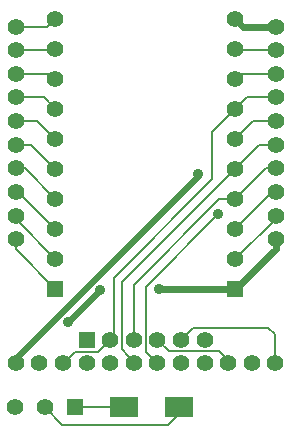
<source format=gbr>
%FSLAX46Y46*%
G04 Gerber Fmt 4.6, Leading zero omitted, Abs format (unit mm)*
G04 Created by KiCad (PCBNEW (2014-08-05 BZR 5054)-product) date Thu 27 Nov 2014 22:44:49 ACDT*
%MOMM*%
G01*
G04 APERTURE LIST*
%ADD10C,0.100000*%
%ADD11C,1.400000*%
%ADD12R,1.400000X1.400000*%
%ADD13R,1.397000X1.397000*%
%ADD14C,1.397000*%
%ADD15R,2.400000X1.800000*%
%ADD16C,0.889000*%
%ADD17C,0.170000*%
%ADD18C,0.600000*%
G04 APERTURE END LIST*
D10*
D11*
X179500000Y-118500000D03*
X177500000Y-118500000D03*
D12*
X175500000Y-118500000D03*
D11*
X181500000Y-118500000D03*
X183500000Y-118500000D03*
X185500000Y-118500000D03*
X185500000Y-120500000D03*
X183500000Y-120500000D03*
X181500000Y-120500000D03*
X179500000Y-120500000D03*
X177500000Y-120500000D03*
X175500000Y-120500000D03*
X191500000Y-120500000D03*
X189500000Y-120500000D03*
X187500000Y-120500000D03*
X173500000Y-120500000D03*
X171500000Y-120500000D03*
X169500000Y-120500000D03*
D13*
X174540000Y-124200000D03*
D14*
X172000000Y-124200000D03*
X169460000Y-124200000D03*
D15*
X183300000Y-124200000D03*
X178700000Y-124200000D03*
D11*
X169499260Y-110000000D03*
X169499260Y-101999000D03*
X169499260Y-98001040D03*
X169499260Y-100000020D03*
X169499260Y-105999500D03*
X169499260Y-104000520D03*
X169499260Y-108001020D03*
X169499260Y-94000540D03*
X169499260Y-91999020D03*
X169499260Y-95999520D03*
X191500740Y-95999520D03*
X191500740Y-91999020D03*
X191500740Y-94000540D03*
X191500740Y-108001020D03*
X191500740Y-104000520D03*
X191500740Y-105999500D03*
X191500740Y-100000020D03*
X191500740Y-98001040D03*
X191500740Y-101999000D03*
X191500740Y-110000000D03*
D13*
X188080000Y-114210000D03*
D14*
X188080000Y-111670000D03*
X188080000Y-109130000D03*
X188080000Y-106590000D03*
X188080000Y-104050000D03*
X188080000Y-101510000D03*
X188080000Y-98970000D03*
X188080000Y-96430000D03*
X188080000Y-93890000D03*
X188080000Y-91350000D03*
D13*
X172840000Y-114210000D03*
D14*
X172840000Y-111670000D03*
X172840000Y-109130000D03*
X172840000Y-106590000D03*
X172840000Y-104050000D03*
X172840000Y-101510000D03*
X172840000Y-98970000D03*
X172840000Y-96430000D03*
X172840000Y-93890000D03*
X172840000Y-91350000D03*
D16*
X173910000Y-117050000D03*
X176660000Y-114270000D03*
X181640000Y-114220000D03*
X186640000Y-107900000D03*
X184940000Y-104470000D03*
D17*
X173400000Y-125700000D02*
X172000000Y-124200000D01*
X175040000Y-125700000D02*
X173400000Y-125700000D01*
X183500000Y-124600000D02*
X182400000Y-125700000D01*
X182400000Y-125700000D02*
X175040000Y-125700000D01*
X183500000Y-124200000D02*
X183500000Y-124600000D01*
X174540000Y-124200000D02*
X178500000Y-124200000D01*
D18*
X191500740Y-110000000D02*
X191500740Y-110789260D01*
X191500740Y-110789260D02*
X188080000Y-114210000D01*
X173910000Y-117050000D02*
X176660000Y-114300000D01*
X176660000Y-114300000D02*
X176660000Y-114270000D01*
X181640000Y-114220000D02*
X181650000Y-114210000D01*
X181650000Y-114210000D02*
X188080000Y-114210000D01*
D17*
X191500740Y-105999500D02*
X191210500Y-105999500D01*
X191210500Y-105999500D02*
X188080000Y-109130000D01*
X191500740Y-108001020D02*
X191500740Y-108249260D01*
X191500740Y-108249260D02*
X188080000Y-111670000D01*
X182500000Y-119500000D02*
X181500000Y-118500000D01*
X186700000Y-119500000D02*
X182500000Y-119500000D01*
X187700000Y-120500000D02*
X186700000Y-119500000D01*
X191500740Y-104000520D02*
X190669480Y-104000520D01*
X190669480Y-104000520D02*
X188080000Y-106590000D01*
X188080000Y-106590000D02*
X186750000Y-106590000D01*
X179500000Y-113840000D02*
X179500000Y-118500000D01*
X186750000Y-106590000D02*
X179500000Y-113840000D01*
X191500740Y-101999000D02*
X190131000Y-101999000D01*
X190131000Y-101999000D02*
X188080000Y-104050000D01*
X179500000Y-120500000D02*
X179520000Y-120500000D01*
X179520000Y-120500000D02*
X178510000Y-119340000D01*
X178510000Y-119340000D02*
X178530000Y-113600000D01*
X178530000Y-113600000D02*
X188080000Y-104050000D01*
X191500740Y-98001040D02*
X189048960Y-98001040D01*
X189048960Y-98001040D02*
X188080000Y-98970000D01*
X188080000Y-98970000D02*
X186160000Y-100890000D01*
X177820000Y-113270000D02*
X177820000Y-118180000D01*
X186160000Y-104930000D02*
X177820000Y-113270000D01*
X186160000Y-100890000D02*
X186160000Y-104930000D01*
X177820000Y-118180000D02*
X177500000Y-118500000D01*
X173500000Y-120500000D02*
X173560000Y-120500000D01*
X173560000Y-120500000D02*
X174540000Y-119520000D01*
X174540000Y-119520000D02*
X176480000Y-119520000D01*
X176480000Y-119520000D02*
X177500000Y-118500000D01*
X191500740Y-94000540D02*
X188190540Y-94000540D01*
X188190540Y-94000540D02*
X188080000Y-93890000D01*
X180510000Y-119510000D02*
X181500000Y-120500000D01*
X180510000Y-114030000D02*
X180510000Y-119510000D01*
X186640000Y-107900000D02*
X180510000Y-114030000D01*
D18*
X169500000Y-120500000D02*
X169500000Y-120060000D01*
X169500000Y-120060000D02*
X184860000Y-104700000D01*
X184860000Y-104700000D02*
X184860000Y-104550000D01*
X184860000Y-104550000D02*
X184940000Y-104470000D01*
X191500740Y-91999020D02*
X188729020Y-91999020D01*
X188729020Y-91999020D02*
X188080000Y-91350000D01*
D17*
X169499260Y-108001020D02*
X169499260Y-108329260D01*
X169499260Y-108329260D02*
X172840000Y-111670000D01*
X169499260Y-101999000D02*
X170789000Y-101999000D01*
X170789000Y-101999000D02*
X172840000Y-104050000D01*
X169499260Y-95999520D02*
X172409520Y-95999520D01*
X172409520Y-95999520D02*
X172840000Y-96430000D01*
X183500000Y-118500000D02*
X184000000Y-118000000D01*
X191500000Y-118000000D02*
X191500000Y-120500000D01*
X190900000Y-117500000D02*
X191500000Y-118000000D01*
X184500000Y-117500000D02*
X190900000Y-117500000D01*
X184000000Y-118000000D02*
X184500000Y-117500000D01*
X169499260Y-94000540D02*
X172729460Y-94000540D01*
X172729460Y-94000540D02*
X172840000Y-93890000D01*
X172840000Y-93890000D02*
X172840000Y-94010000D01*
X191500740Y-100000020D02*
X189589980Y-100000020D01*
X189589980Y-100000020D02*
X188080000Y-101510000D01*
X191500740Y-95999520D02*
X188510480Y-95999520D01*
X188510480Y-95999520D02*
X188080000Y-96430000D01*
X169499260Y-110000000D02*
X169499260Y-110869260D01*
X169499260Y-110869260D02*
X172840000Y-114210000D01*
X169499260Y-105999500D02*
X169709500Y-105999500D01*
X169709500Y-105999500D02*
X172840000Y-109130000D01*
X169499260Y-104000520D02*
X170250520Y-104000520D01*
X170250520Y-104000520D02*
X172840000Y-106590000D01*
X169499260Y-100000020D02*
X171330020Y-100000020D01*
X171330020Y-100000020D02*
X172840000Y-101510000D01*
X169499260Y-98001040D02*
X171871040Y-98001040D01*
X171871040Y-98001040D02*
X172840000Y-98970000D01*
X169499260Y-91999020D02*
X172190980Y-91999020D01*
X172190980Y-91999020D02*
X172840000Y-91350000D01*
M02*

</source>
